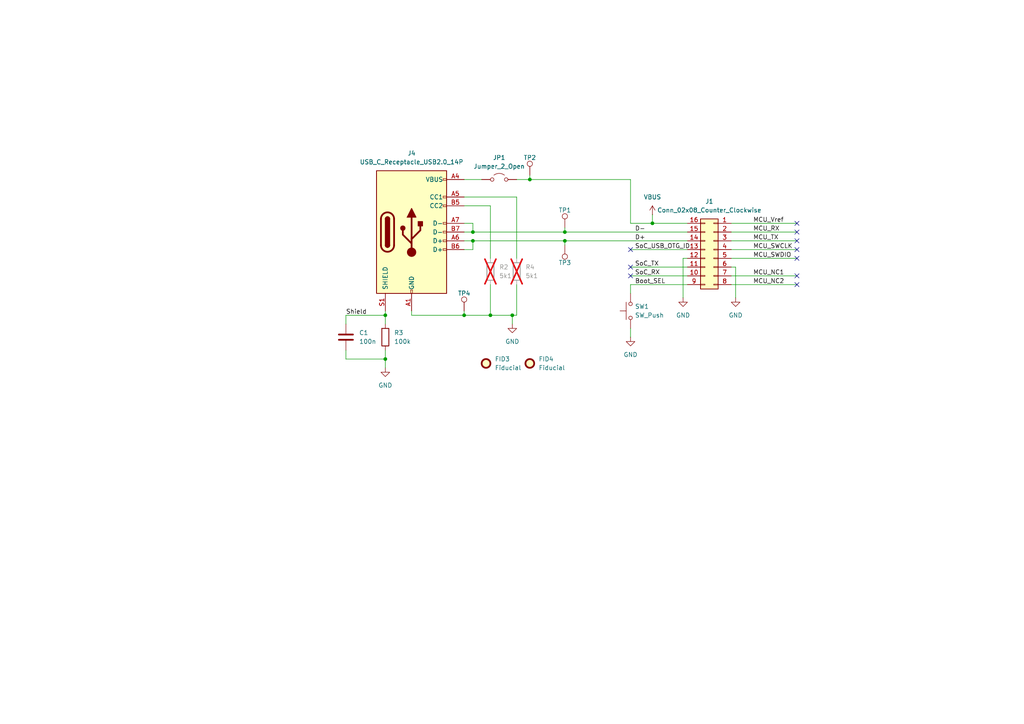
<source format=kicad_sch>
(kicad_sch (version 20250114) (generator "eeschema") (generator_version "9.0")
  (paper "A4")
  (title_block (title "Dreame Breakout") (date "2025-11-27") (rev "1.0") (company "Alexander Knapik"))
  (lib_symbols
    (symbol "Connector:TestPoint" (pin_numbers (hide yes)) (pin_names (offset 0.762) (hide yes))
      (property "Reference" "TP" (at 0 6.858 0))
      (property "Value" "TestPoint" (at 0 5.08 0))
      (symbol "TestPoint_0_1"
        (circle (center 0 3.302) (radius 0.762))
      )
      (symbol "TestPoint_1_1"
        (pin passive line (at 0 0 90) (length 2.54) (name "1") (number "1"))
      )
    )
    (symbol "Connector:USB_C_Receptacle_USB2.0_14P" (pin_names (offset 1.016))
      (property "Reference" "J" (at 0 22.225 0))
      (property "Value" "USB_C_Receptacle_USB2.0_14P" (at 0 19.685 0))
      (symbol "USB_C_Receptacle_USB2.0_14P_0_0"
        (rectangle (start -0.254 -17.78) (end 0.254 -16.764))
        (rectangle (start 10.16 15.494) (end 9.144 14.986))
        (rectangle (start 10.16 10.414) (end 9.144 9.906))
        (rectangle (start 10.16 7.874) (end 9.144 7.366))
        (rectangle (start 10.16 2.794) (end 9.144 2.286))
        (rectangle (start 10.16 0.254) (end 9.144 -0.254))
        (rectangle (start 10.16 -2.286) (end 9.144 -2.794))
        (rectangle (start 10.16 -4.826) (end 9.144 -5.334))
      )
      (symbol "USB_C_Receptacle_USB2.0_14P_0_1"
        (rectangle (start -10.16 17.78) (end 10.16 -17.78) (stroke (width 0.254)) (fill (type background)))
        (polyline (pts (xy -8.89 -3.81) (xy -8.89 3.81)) (stroke (width 0.508)))
        (rectangle (start -7.62 -3.81) (end -6.35 3.81) (stroke (width 0.254)) (fill (type outline)))
        (arc (start -7.62 3.81) (mid -6.985 4.4423) (end -6.35 3.81) (stroke (width 0.254)))
        (arc (start -7.62 3.81) (mid -6.985 4.4423) (end -6.35 3.81) (stroke (width 0.254)) (fill (type outline)))
        (arc (start -8.89 3.81) (mid -6.985 5.7067) (end -5.08 3.81) (stroke (width 0.508)))
        (arc (start -5.08 -3.81) (mid -6.985 -5.7067) (end -8.89 -3.81) (stroke (width 0.508)))
        (arc (start -6.35 -3.81) (mid -6.985 -4.4423) (end -7.62 -3.81) (stroke (width 0.254)))
        (arc (start -6.35 -3.81) (mid -6.985 -4.4423) (end -7.62 -3.81) (stroke (width 0.254)) (fill (type outline)))
        (polyline (pts (xy -5.08 3.81) (xy -5.08 -3.81)) (stroke (width 0.508)))
        (circle (center -2.54 1.143) (radius 0.635) (stroke (width 0.254)) (fill (type outline)))
        (polyline (pts (xy -1.27 4.318) (xy 0 6.858) (xy 1.27 4.318) (xy -1.27 4.318)) (stroke (width 0.254)) (fill (type outline)))
        (polyline (pts (xy 0 -2.032) (xy 2.54 0.508) (xy 2.54 1.778)) (stroke (width 0.508)))
        (polyline (pts (xy 0 -3.302) (xy -2.54 -0.762) (xy -2.54 0.508)) (stroke (width 0.508)))
        (polyline (pts (xy 0 -5.842) (xy 0 4.318)) (stroke (width 0.508)))
        (circle (center 0 -5.842) (radius 1.27) (fill (type outline)))
        (rectangle (start 1.905 1.778) (end 3.175 3.048) (stroke (width 0.254)) (fill (type outline)))
      )
      (symbol "USB_C_Receptacle_USB2.0_14P_1_1"
        (pin passive line (at -7.62 -22.86 90) (length 5.08) (name "SHIELD") (number "S1"))
        (pin passive line (at 0 -22.86 90) (length 5.08) (name "GND") (number "A1"))
        (pin passive line (at 0 -22.86 90) (length 5.08) (hide yes) (name "GND") (number "A12"))
        (pin passive line (at 0 -22.86 90) (length 5.08) (hide yes) (name "GND") (number "B1"))
        (pin passive line (at 0 -22.86 90) (length 5.08) (hide yes) (name "GND") (number "B12"))
        (pin passive line (at 15.24 15.24 180) (length 5.08) (name "VBUS") (number "A4"))
        (pin passive line (at 15.24 15.24 180) (length 5.08) (hide yes) (name "VBUS") (number "A9"))
        (pin passive line (at 15.24 15.24 180) (length 5.08) (hide yes) (name "VBUS") (number "B4"))
        (pin passive line (at 15.24 15.24 180) (length 5.08) (hide yes) (name "VBUS") (number "B9"))
        (pin bidirectional line (at 15.24 10.16 180) (length 5.08) (name "CC1") (number "A5"))
        (pin bidirectional line (at 15.24 7.62 180) (length 5.08) (name "CC2") (number "B5"))
        (pin bidirectional line (at 15.24 2.54 180) (length 5.08) (name "D-") (number "A7"))
        (pin bidirectional line (at 15.24 0 180) (length 5.08) (name "D-") (number "B7"))
        (pin bidirectional line (at 15.24 -2.54 180) (length 5.08) (name "D+") (number "A6"))
        (pin bidirectional line (at 15.24 -5.08 180) (length 5.08) (name "D+") (number "B6"))
      )
    )
    (symbol "Connector_Generic:Conn_02x08_Counter_Clockwise" (pin_names (offset 1.016) (hide yes))
      (property "Reference" "J" (at 1.27 10.16 0))
      (property "Value" "Conn_02x08_Counter_Clockwise" (at 1.27 -12.7 0))
      (symbol "Conn_02x08_Counter_Clockwise_1_1"
        (rectangle (start -1.27 8.89) (end 3.81 -11.43) (stroke (width 0.254)) (fill (type background)))
        (rectangle (start -1.27 7.747) (end 0 7.493) (stroke (width 0.1524)))
        (rectangle (start -1.27 5.207) (end 0 4.953) (stroke (width 0.1524)))
        (rectangle (start -1.27 2.667) (end 0 2.413) (stroke (width 0.1524)))
        (rectangle (start -1.27 0.127) (end 0 -0.127) (stroke (width 0.1524)))
        (rectangle (start -1.27 -2.413) (end 0 -2.667) (stroke (width 0.1524)))
        (rectangle (start -1.27 -4.953) (end 0 -5.207) (stroke (width 0.1524)))
        (rectangle (start -1.27 -7.493) (end 0 -7.747) (stroke (width 0.1524)))
        (rectangle (start -1.27 -10.033) (end 0 -10.287) (stroke (width 0.1524)))
        (rectangle (start 3.81 7.747) (end 2.54 7.493) (stroke (width 0.1524)))
        (rectangle (start 3.81 5.207) (end 2.54 4.953) (stroke (width 0.1524)))
        (rectangle (start 3.81 2.667) (end 2.54 2.413) (stroke (width 0.1524)))
        (rectangle (start 3.81 0.127) (end 2.54 -0.127) (stroke (width 0.1524)))
        (rectangle (start 3.81 -2.413) (end 2.54 -2.667) (stroke (width 0.1524)))
        (rectangle (start 3.81 -4.953) (end 2.54 -5.207) (stroke (width 0.1524)))
        (rectangle (start 3.81 -7.493) (end 2.54 -7.747) (stroke (width 0.1524)))
        (rectangle (start 3.81 -10.033) (end 2.54 -10.287) (stroke (width 0.1524)))
        (pin passive line (at -5.08 7.62 0) (length 3.81) (name "Pin_1") (number "1"))
        (pin passive line (at -5.08 5.08 0) (length 3.81) (name "Pin_2") (number "2"))
        (pin passive line (at -5.08 2.54 0) (length 3.81) (name "Pin_3") (number "3"))
        (pin passive line (at -5.08 0 0) (length 3.81) (name "Pin_4") (number "4"))
        (pin passive line (at -5.08 -2.54 0) (length 3.81) (name "Pin_5") (number "5"))
        (pin passive line (at -5.08 -5.08 0) (length 3.81) (name "Pin_6") (number "6"))
        (pin passive line (at -5.08 -7.62 0) (length 3.81) (name "Pin_7") (number "7"))
        (pin passive line (at -5.08 -10.16 0) (length 3.81) (name "Pin_8") (number "8"))
        (pin passive line (at 7.62 7.62 180) (length 3.81) (name "Pin_16") (number "16"))
        (pin passive line (at 7.62 5.08 180) (length 3.81) (name "Pin_15") (number "15"))
        (pin passive line (at 7.62 2.54 180) (length 3.81) (name "Pin_14") (number "14"))
        (pin passive line (at 7.62 0 180) (length 3.81) (name "Pin_13") (number "13"))
        (pin passive line (at 7.62 -2.54 180) (length 3.81) (name "Pin_12") (number "12"))
        (pin passive line (at 7.62 -5.08 180) (length 3.81) (name "Pin_11") (number "11"))
        (pin passive line (at 7.62 -7.62 180) (length 3.81) (name "Pin_10") (number "10"))
        (pin passive line (at 7.62 -10.16 180) (length 3.81) (name "Pin_9") (number "9"))
      )
    )
    (symbol "Device:C" (pin_numbers (hide yes)) (pin_names (offset 0.254))
      (property "Reference" "C" (at 0.635 2.54 0))
      (property "Value" "C" (at 0.635 -2.54 0))
      (symbol "C_0_1"
        (polyline (pts (xy -2.032 0.762) (xy 2.032 0.762)) (stroke (width 0.508)))
        (polyline (pts (xy -2.032 -0.762) (xy 2.032 -0.762)) (stroke (width 0.508)))
      )
      (symbol "C_1_1"
        (pin passive line (at 0 3.81 270) (length 2.794) (name "~") (number "1"))
        (pin passive line (at 0 -3.81 90) (length 2.794) (name "~") (number "2"))
      )
    )
    (symbol "Device:R" (pin_numbers (hide yes)) (pin_names (offset 0))
      (property "Reference" "R" (at 2.032 0 90))
      (property "Value" "R" (at 0 0 90))
      (symbol "R_0_1"
        (rectangle (start -1.016 -2.54) (end 1.016 2.54) (stroke (width 0.254)))
      )
      (symbol "R_1_1"
        (pin passive line (at 0 3.81 270) (length 1.27) (name "~") (number "1"))
        (pin passive line (at 0 -3.81 90) (length 1.27) (name "~") (number "2"))
      )
    )
    (symbol "Jumper:Jumper_2_Open" (pin_numbers (hide yes)) (pin_names (offset 0) (hide yes))
      (property "Reference" "JP" (at 0 2.794 0))
      (property "Value" "Jumper_2_Open" (at 0 -2.286 0))
      (symbol "Jumper_2_Open_0_0"
        (circle (center -2.032 0) (radius 0.508))
        (circle (center 2.032 0) (radius 0.508))
      )
      (symbol "Jumper_2_Open_0_1"
        (arc (start -1.524 1.27) (mid 0 1.778) (end 1.524 1.27))
      )
      (symbol "Jumper_2_Open_1_1"
        (pin passive line (at -5.08 0 0) (length 2.54) (name "A") (number "1"))
        (pin passive line (at 5.08 0 180) (length 2.54) (name "B") (number "2"))
      )
    )
    (symbol "Mechanical:Fiducial" (in_bom no)
      (property "Reference" "FID" (at 0 5.08 0))
      (property "Value" "Fiducial" (at 0 3.175 0))
      (symbol "Fiducial_0_1"
        (circle (center 0 0) (radius 1.27) (stroke (width 0.508)) (fill (type background)))
      )
    )
    (symbol "Switch:SW_Push" (pin_numbers (hide yes)) (pin_names (offset 1.016) (hide yes))
      (property "Reference" "SW" (at 1.27 2.54 0))
      (property "Value" "SW_Push" (at 0 -1.524 0))
      (symbol "SW_Push_0_1"
        (circle (center -2.032 0) (radius 0.508))
        (polyline (pts (xy 0 1.27) (xy 0 3.048)))
        (circle (center 2.032 0) (radius 0.508))
        (polyline (pts (xy 2.54 1.27) (xy -2.54 1.27)))
        (pin passive line (at -5.08 0 0) (length 2.54) (name "1") (number "1"))
        (pin passive line (at 5.08 0 180) (length 2.54) (name "2") (number "2"))
      )
    )
    (symbol "power:GND" (power) (pin_numbers (hide yes)) (pin_names (offset 0) (hide yes))
      (property "Value" "GND" (at 0 -3.81 0))
      (symbol "GND_0_1"
        (polyline (pts (xy 0 0) (xy 0 -1.27) (xy 1.27 -1.27) (xy 0 -2.54) (xy -1.27 -1.27) (xy 0 -1.27)))
      )
      (symbol "GND_1_1"
        (pin power_in line (at 0 0 270) (length 0) (name "~") (number "1"))
      )
    )
    (symbol "power:VBUS" (power) (pin_numbers (hide yes)) (pin_names (offset 0) (hide yes))
      (property "Value" "VBUS" (at 0 3.556 0))
      (symbol "VBUS_0_1"
        (polyline (pts (xy -0.762 1.27) (xy 0 2.54)))
        (polyline (pts (xy 0 2.54) (xy 0.762 1.27)))
        (polyline (pts (xy 0 0) (xy 0 2.54)))
      )
      (symbol "VBUS_1_1"
        (pin power_in line (at 0 0 90) (length 0) (name "~") (number "1"))
      )
    )
  )
  (junction (at 142.24 91.44))
  (junction (at 134.62 91.44))
  (junction (at 163.83 67.31))
  (junction (at 137.16 67.31))
  (junction (at 111.76 104.14))
  (junction (at 148.59 91.44))
  (junction (at 163.83 69.85))
  (junction (at 153.67 52.07))
  (junction (at 189.23 64.77))
  (junction (at 111.76 91.44))
  (junction (at 137.16 69.85))
  (no_connect (at 182.88 72.39))
  (no_connect (at 231.14 80.01))
  (no_connect (at 182.88 80.01))
  (no_connect (at 231.14 82.55))
  (no_connect (at 231.14 67.31))
  (no_connect (at 231.14 64.77))
  (no_connect (at 231.14 69.85))
  (no_connect (at 182.88 77.47))
  (no_connect (at 231.14 72.39))
  (no_connect (at 231.14 74.93))
  (wire (pts (xy 149.86 57.15) (xy 149.86 74.93)))
  (wire (pts (xy 153.67 50.8) (xy 153.67 52.07)))
  (wire (pts (xy 163.83 66.04) (xy 163.83 67.31)))
  (wire (pts (xy 134.62 69.85) (xy 137.16 69.85)))
  (wire (pts (xy 199.39 74.93) (xy 198.12 74.93)))
  (wire (pts (xy 163.83 69.85) (xy 199.39 69.85)))
  (wire (pts (xy 182.88 85.09) (xy 182.88 82.55)))
  (wire (pts (xy 182.88 64.77) (xy 189.23 64.77)))
  (wire (pts (xy 137.16 72.39) (xy 134.62 72.39)))
  (wire (pts (xy 134.62 90.17) (xy 134.62 91.44)))
  (wire (pts (xy 142.24 59.69) (xy 134.62 59.69)))
  (wire (pts (xy 189.23 64.77) (xy 199.39 64.77)))
  (wire (pts (xy 134.62 52.07) (xy 139.7 52.07)))
  (wire (pts (xy 231.14 82.55) (xy 212.09 82.55)))
  (wire (pts (xy 119.38 91.44) (xy 134.62 91.44)))
  (wire (pts (xy 163.83 69.85) (xy 163.83 71.12)))
  (wire (pts (xy 100.33 91.44) (xy 111.76 91.44)))
  (wire (pts (xy 182.88 95.25) (xy 182.88 97.79)))
  (wire (pts (xy 134.62 67.31) (xy 137.16 67.31)))
  (wire (pts (xy 153.67 52.07) (xy 182.88 52.07)))
  (wire (pts (xy 142.24 91.44) (xy 148.59 91.44)))
  (wire (pts (xy 137.16 69.85) (xy 137.16 72.39)))
  (wire (pts (xy 134.62 91.44) (xy 142.24 91.44)))
  (wire (pts (xy 231.14 80.01) (xy 212.09 80.01)))
  (wire (pts (xy 111.76 104.14) (xy 111.76 101.6)))
  (wire (pts (xy 142.24 59.69) (xy 142.24 74.93)))
  (wire (pts (xy 231.14 72.39) (xy 212.09 72.39)))
  (wire (pts (xy 100.33 91.44) (xy 100.33 93.98)))
  (wire (pts (xy 148.59 91.44) (xy 148.59 93.98)))
  (wire (pts (xy 213.36 77.47) (xy 212.09 77.47)))
  (wire (pts (xy 149.86 91.44) (xy 148.59 91.44)))
  (wire (pts (xy 182.88 72.39) (xy 199.39 72.39)))
  (wire (pts (xy 137.16 67.31) (xy 163.83 67.31)))
  (wire (pts (xy 111.76 93.98) (xy 111.76 91.44)))
  (wire (pts (xy 182.88 52.07) (xy 182.88 64.77)))
  (wire (pts (xy 142.24 82.55) (xy 142.24 91.44)))
  (wire (pts (xy 189.23 62.23) (xy 189.23 64.77)))
  (wire (pts (xy 182.88 77.47) (xy 199.39 77.47)))
  (wire (pts (xy 149.86 52.07) (xy 153.67 52.07)))
  (wire (pts (xy 119.38 90.17) (xy 119.38 91.44)))
  (wire (pts (xy 182.88 82.55) (xy 199.39 82.55)))
  (wire (pts (xy 111.76 104.14) (xy 111.76 106.68)))
  (wire (pts (xy 137.16 67.31) (xy 137.16 64.77)))
  (wire (pts (xy 100.33 101.6) (xy 100.33 104.14)))
  (wire (pts (xy 137.16 69.85) (xy 163.83 69.85)))
  (wire (pts (xy 134.62 64.77) (xy 137.16 64.77)))
  (wire (pts (xy 212.09 69.85) (xy 231.14 69.85)))
  (wire (pts (xy 231.14 64.77) (xy 212.09 64.77)))
  (wire (pts (xy 212.09 67.31) (xy 231.14 67.31)))
  (wire (pts (xy 182.88 80.01) (xy 199.39 80.01)))
  (wire (pts (xy 198.12 74.93) (xy 198.12 86.36)))
  (wire (pts (xy 100.33 104.14) (xy 111.76 104.14)))
  (wire (pts (xy 149.86 82.55) (xy 149.86 91.44)))
  (wire (pts (xy 134.62 57.15) (xy 149.86 57.15)))
  (wire (pts (xy 231.14 74.93) (xy 212.09 74.93)))
  (wire (pts (xy 163.83 67.31) (xy 199.39 67.31)))
  (wire (pts (xy 111.76 90.17) (xy 111.76 91.44)))
  (wire (pts (xy 213.36 77.47) (xy 213.36 86.36)))
  (label "Shield" (at 100.33 91.44 0))
  (label "SoC_RX" (at 184.15 80.01 0))
  (label "MCU_RX" (at 218.44 67.31 0))
  (label "MCU_NC1" (at 218.44 80.01 0))
  (label "MCU_NC2" (at 218.44 82.55 0))
  (label "MCU_SWDIO" (at 218.44 74.93 0))
  (label "SoC_TX" (at 184.15 77.47 0))
  (label "D+" (at 184.15 69.85 0))
  (label "SoC_USB_OTG_ID" (at 184.15 72.39 0))
  (label "MCU_TX" (at 218.44 69.85 0))
  (label "Boot_SEL" (at 184.15 82.55 0))
  (label "D-" (at 184.15 67.31 0))
  (label "MCU_Vref" (at 218.44 64.77 0))
  (label "MCU_SWCLK" (at 218.44 72.39 0))
  (symbol (lib_id "Connector:TestPoint") (at 134.62 90.17 0) (unit 1)
    (property "Reference" "TP4" (at 134.62 85.09 0))
    (property "Value" "TestPoint" (effects (hide yes)))
    (property "Footprint" "TestPoint:TestPoint_Pad_D1.5mm" (effects (hide yes)))
    (property "Description" "test point" (effects (hide yes)))
  )
  (symbol (lib_id "Device:C") (at 100.33 97.79 0) (unit 1)
    (property "Reference" "C1" (at 104.14 96.5199 0) (effects (justify left)))
    (property "Value" "100n" (at 104.14 99.0599 0) (effects (justify left)))
    (property "Footprint" "Capacitor_SMD:C_0603_1608Metric_Pad1.08x0.95mm_HandSolder" (effects (hide yes)))
    (property "Description" "Unpolarized capacitor" (effects (hide yes)))
  )
  (symbol (lib_id "Connector:TestPoint") (at 163.83 66.04 0) (unit 1)
    (property "Reference" "TP1" (at 163.83 60.96 0))
    (property "Value" "TestPoint" (effects (hide yes)))
    (property "Footprint" "TestPoint:TestPoint_Pad_D1.5mm" (effects (hide yes)))
    (property "Description" "test point" (effects (hide yes)))
  )
  (symbol (lib_id "Device:R") (at 142.24 78.74 0) (unit 1) (dnp yes)
    (property "Reference" "R2" (at 144.78 77.4699 0) (effects (justify left)))
    (property "Value" "5k1" (at 144.78 80.0099 0) (effects (justify left)))
    (property "Footprint" "Resistor_SMD:R_0603_1608Metric_Pad0.98x0.95mm_HandSolder" (effects (hide yes)))
    (property "Description" "Resistor" (effects (hide yes)))
  )
  (symbol (lib_id "Device:R") (at 149.86 78.74 0) (unit 1) (dnp yes)
    (property "Reference" "R4" (at 152.4 77.4699 0) (effects (justify left)))
    (property "Value" "5k1" (at 152.4 80.0099 0) (effects (justify left)))
    (property "Footprint" "Resistor_SMD:R_0603_1608Metric_Pad0.98x0.95mm_HandSolder" (effects (hide yes)))
    (property "Description" "Resistor" (effects (hide yes)))
  )
  (symbol (lib_id "power:GND") (at 198.12 86.36 0) (mirror y) (unit 1)
    (property "Reference" "#PWR023" (effects (hide yes)))
    (property "Value" "GND" (at 198.12 91.44 0))
    (property "Description" "Power symbol creates a global label with name \"GND\" , ground" (effects (hide yes)))
  )
  (symbol (lib_id "Jumper:Jumper_2_Open") (at 144.78 52.07 0) (unit 1)
    (property "Reference" "JP1" (at 144.78 45.72 0))
    (property "Value" "Jumper_2_Open" (at 144.78 48.26 0))
    (property "Footprint" "Jumper:SolderJumper-2_P1.3mm_Open_TrianglePad1.0x1.5mm" (effects (hide yes)))
    (property "Description" "Jumper, 2-pole, open" (effects (hide yes)))
  )
  (symbol (lib_id "Switch:SW_Push") (at 182.88 90.17 90) (unit 1)
    (property "Reference" "SW1" (at 184.15 88.8999 90) (effects (justify right)))
    (property "Value" "SW_Push" (at 184.15 91.4399 90) (effects (justify right)))
    (property "Footprint" "Dreame:SW_Push_SPST_NO_Alps_SKRP" (effects (hide yes)))
    (property "Description" "Push button switch, generic, two pins" (effects (hide yes)))
  )
  (symbol (lib_id "power:VBUS") (at 189.23 62.23 0) (unit 1)
    (property "Reference" "#PWR01" (effects (hide yes)))
    (property "Value" "VBUS" (at 189.23 57.15 0))
    (property "Description" "Power symbol creates a global label with name \"VBUS\"" (effects (hide yes)))
  )
  (symbol (lib_id "Mechanical:Fiducial") (at 153.67 105.41 0) (unit 1) (in_bom no)
    (property "Reference" "FID4" (at 156.21 104.1399 0) (effects (justify left)))
    (property "Value" "Fiducial" (at 156.21 106.6799 0) (effects (justify left)))
    (property "Footprint" "Fiducial:Fiducial_1mm_Mask2mm" (effects (hide yes)))
    (property "Description" "Fiducial Marker" (effects (hide yes)))
  )
  (symbol (lib_id "Connector_Generic:Conn_02x08_Counter_Clockwise") (at 207.01 72.39 0) (mirror y) (unit 1)
    (property "Reference" "J1" (at 205.74 58.42 0))
    (property "Value" "Conn_02x08_Counter_Clockwise" (at 205.74 60.96 0))
    (property "Footprint" "Dreame:Connector 02x08 2.00mm Edge Mount" (effects (hide yes)))
    (property "Description" "Generic connector, double row, 02x08, counter clockwise pin numbering scheme (similar to DIP package numbering), script generated (kicad-library-utils/schlib/autogen/connector/)" (effects (hide yes)))
  )
  (symbol (lib_id "Connector:TestPoint") (at 153.67 50.8 0) (unit 1)
    (property "Reference" "TP2" (at 153.67 45.72 0))
    (property "Value" "TestPoint" (effects (hide yes)))
    (property "Footprint" "TestPoint:TestPoint_Pad_D1.5mm" (effects (hide yes)))
    (property "Description" "test point" (effects (hide yes)))
  )
  (symbol (lib_id "power:GND") (at 148.59 93.98 0) (unit 1)
    (property "Reference" "#PWR010" (effects (hide yes)))
    (property "Value" "GND" (at 148.59 99.06 0))
    (property "Description" "Power symbol creates a global label with name \"GND\" , ground" (effects (hide yes)))
  )
  (symbol (lib_id "Connector:USB_C_Receptacle_USB2.0_14P") (at 119.38 67.31 0) (unit 1)
    (property "Reference" "J4" (at 119.38 44.45 0))
    (property "Value" "USB_C_Receptacle_USB2.0_14P" (at 119.38 46.99 0))
    (property "Footprint" "Connector_USB:USB_C_Receptacle_GCT_USB4110" (effects (hide yes)))
    (property "Datasheet" "https://www.usb.org/sites/default/files/documents/usb_type-c.zip" (effects (hide yes)))
    (property "Description" "USB 2.0-only 14P Type-C Receptacle connector" (effects (hide yes)))
  )
  (symbol (lib_id "power:GND") (at 182.88 97.79 0) (mirror y) (unit 1)
    (property "Reference" "#PWR09" (effects (hide yes)))
    (property "Value" "GND" (at 182.88 102.87 0))
    (property "Description" "Power symbol creates a global label with name \"GND\" , ground" (effects (hide yes)))
  )
  (symbol (lib_id "Mechanical:Fiducial") (at 140.97 105.41 0) (unit 1) (in_bom no)
    (property "Reference" "FID3" (at 143.51 104.1399 0) (effects (justify left)))
    (property "Value" "Fiducial" (at 143.51 106.6799 0) (effects (justify left)))
    (property "Footprint" "Fiducial:Fiducial_1mm_Mask2mm" (effects (hide yes)))
    (property "Description" "Fiducial Marker" (effects (hide yes)))
  )
  (symbol (lib_id "power:GND") (at 213.36 86.36 0) (mirror y) (unit 1)
    (property "Reference" "#PWR03" (effects (hide yes)))
    (property "Value" "GND" (at 213.36 91.44 0))
    (property "Description" "Power symbol creates a global label with name \"GND\" , ground" (effects (hide yes)))
  )
  (symbol (lib_id "power:GND") (at 111.76 106.68 0) (unit 1)
    (property "Reference" "#PWR08" (effects (hide yes)))
    (property "Value" "GND" (at 111.76 111.76 0))
    (property "Description" "Power symbol creates a global label with name \"GND\" , ground" (effects (hide yes)))
  )
  (symbol (lib_id "Device:R") (at 111.76 97.79 0) (unit 1)
    (property "Reference" "R3" (at 114.3 96.5199 0) (effects (justify left)))
    (property "Value" "100k" (at 114.3 99.0599 0) (effects (justify left)))
    (property "Footprint" "Resistor_SMD:R_0603_1608Metric_Pad0.98x0.95mm_HandSolder" (effects (hide yes)))
    (property "Description" "Resistor" (effects (hide yes)))
  )
  (symbol (lib_id "Connector:TestPoint") (at 163.83 71.12 180) (unit 1)
    (property "Reference" "TP3" (at 163.83 76.2 0))
    (property "Value" "TestPoint" (effects (hide yes)))
    (property "Footprint" "TestPoint:TestPoint_Pad_D1.5mm" (effects (hide yes)))
    (property "Description" "test point" (effects (hide yes)))
  )
)
</source>
